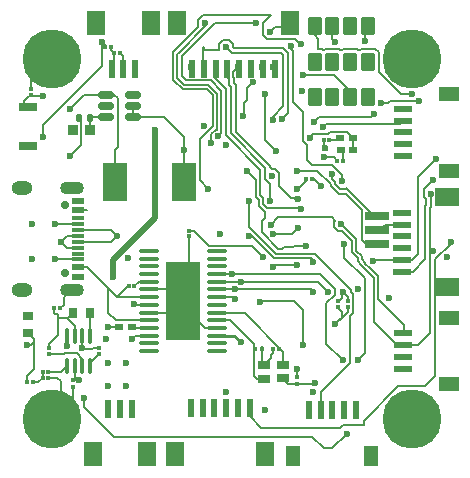
<source format=gbr>
%TF.GenerationSoftware,KiCad,Pcbnew,9.0.6*%
%TF.CreationDate,2025-12-27T02:42:00+01:00*%
%TF.ProjectId,hardware,68617264-7761-4726-952e-6b696361645f,rev?*%
%TF.SameCoordinates,Original*%
%TF.FileFunction,Copper,L1,Top*%
%TF.FilePolarity,Positive*%
%FSLAX46Y46*%
G04 Gerber Fmt 4.6, Leading zero omitted, Abs format (unit mm)*
G04 Created by KiCad (PCBNEW 9.0.6) date 2025-12-27 02:42:00*
%MOMM*%
%LPD*%
G01*
G04 APERTURE LIST*
G04 Aperture macros list*
%AMRoundRect*
0 Rectangle with rounded corners*
0 $1 Rounding radius*
0 $2 $3 $4 $5 $6 $7 $8 $9 X,Y pos of 4 corners*
0 Add a 4 corners polygon primitive as box body*
4,1,4,$2,$3,$4,$5,$6,$7,$8,$9,$2,$3,0*
0 Add four circle primitives for the rounded corners*
1,1,$1+$1,$2,$3*
1,1,$1+$1,$4,$5*
1,1,$1+$1,$6,$7*
1,1,$1+$1,$8,$9*
0 Add four rect primitives between the rounded corners*
20,1,$1+$1,$2,$3,$4,$5,0*
20,1,$1+$1,$4,$5,$6,$7,0*
20,1,$1+$1,$6,$7,$8,$9,0*
20,1,$1+$1,$8,$9,$2,$3,0*%
G04 Aperture macros list end*
%TA.AperFunction,SMDPad,CuDef*%
%ADD10RoundRect,0.180000X0.420000X-0.570000X0.420000X0.570000X-0.420000X0.570000X-0.420000X-0.570000X0*%
%TD*%
%TA.AperFunction,SMDPad,CuDef*%
%ADD11R,1.550000X0.600000*%
%TD*%
%TA.AperFunction,SMDPad,CuDef*%
%ADD12R,1.800000X1.200000*%
%TD*%
%TA.AperFunction,SMDPad,CuDef*%
%ADD13R,0.900000X0.800000*%
%TD*%
%TA.AperFunction,SMDPad,CuDef*%
%ADD14R,0.600000X1.550000*%
%TD*%
%TA.AperFunction,SMDPad,CuDef*%
%ADD15R,1.500000X2.000000*%
%TD*%
%TA.AperFunction,SMDPad,CuDef*%
%ADD16R,0.320000X0.370000*%
%TD*%
%TA.AperFunction,SMDPad,CuDef*%
%ADD17R,2.000000X0.800000*%
%TD*%
%TA.AperFunction,SMDPad,CuDef*%
%ADD18R,0.300000X0.320000*%
%TD*%
%TA.AperFunction,SMDPad,CuDef*%
%ADD19R,1.200000X1.800000*%
%TD*%
%TA.AperFunction,SMDPad,CuDef*%
%ADD20R,0.800000X0.900000*%
%TD*%
%TA.AperFunction,SMDPad,CuDef*%
%ADD21R,0.320000X0.300000*%
%TD*%
%TA.AperFunction,SMDPad,CuDef*%
%ADD22R,0.640000X0.540000*%
%TD*%
%TA.AperFunction,SMDPad,CuDef*%
%ADD23R,2.150000X3.320000*%
%TD*%
%TA.AperFunction,SMDPad,CuDef*%
%ADD24R,2.000000X1.500000*%
%TD*%
%TA.AperFunction,SMDPad,CuDef*%
%ADD25R,0.370000X0.320000*%
%TD*%
%TA.AperFunction,SMDPad,CuDef*%
%ADD26O,1.730000X0.340000*%
%TD*%
%TA.AperFunction,SMDPad,CuDef*%
%ADD27R,2.900000X6.700000*%
%TD*%
%TA.AperFunction,SMDPad,CuDef*%
%ADD28R,0.810000X0.860000*%
%TD*%
%TA.AperFunction,SMDPad,CuDef*%
%ADD29R,1.100000X0.800000*%
%TD*%
%TA.AperFunction,SMDPad,CuDef*%
%ADD30RoundRect,0.140000X-0.140000X-0.170000X0.140000X-0.170000X0.140000X0.170000X-0.140000X0.170000X0*%
%TD*%
%TA.AperFunction,SMDPad,CuDef*%
%ADD31R,0.790000X0.540000*%
%TD*%
%TA.AperFunction,SMDPad,CuDef*%
%ADD32RoundRect,0.150000X-0.512500X-0.150000X0.512500X-0.150000X0.512500X0.150000X-0.512500X0.150000X0*%
%TD*%
%TA.AperFunction,SMDPad,CuDef*%
%ADD33R,1.520000X0.800000*%
%TD*%
%TA.AperFunction,SMDPad,CuDef*%
%ADD34O,0.330000X1.500000*%
%TD*%
%TA.AperFunction,ComponentPad*%
%ADD35C,0.700000*%
%TD*%
%TA.AperFunction,SMDPad,CuDef*%
%ADD36R,1.100000X0.550000*%
%TD*%
%TA.AperFunction,SMDPad,CuDef*%
%ADD37R,1.100000X0.300000*%
%TD*%
%TA.AperFunction,ComponentPad*%
%ADD38O,2.000000X1.100000*%
%TD*%
%TA.AperFunction,ComponentPad*%
%ADD39O,1.800000X1.200000*%
%TD*%
%TA.AperFunction,ViaPad*%
%ADD40C,0.600000*%
%TD*%
%TA.AperFunction,ViaPad*%
%ADD41C,5.000000*%
%TD*%
%TA.AperFunction,Conductor*%
%ADD42C,0.200000*%
%TD*%
%TA.AperFunction,Conductor*%
%ADD43C,0.150000*%
%TD*%
%TA.AperFunction,Conductor*%
%ADD44C,0.250000*%
%TD*%
%TA.AperFunction,Conductor*%
%ADD45C,0.500000*%
%TD*%
G04 APERTURE END LIST*
D10*
%TO.P,U67,1,1*%
%TO.N,SWDIO*%
X164500000Y-90000000D03*
%TD*%
D11*
%TO.P,METEOR1,1,1*%
%TO.N,VBAT*%
X167460000Y-101000000D03*
%TO.P,METEOR1,2,2*%
%TO.N,GND*%
X167460000Y-100000000D03*
%TO.P,METEOR1,3,3*%
%TO.N,UART5_RX*%
X167460000Y-99000000D03*
%TO.P,METEOR1,4,4*%
%TO.N,UART5_TX*%
X167460000Y-98000000D03*
%TO.P,METEOR1,5,5*%
%TO.N,BOOT*%
X167460000Y-97000000D03*
D12*
%TO.P,METEOR1,6,6*%
%TO.N,GND*%
X171340000Y-102300000D03*
%TO.P,METEOR1,7,7*%
X171340000Y-95700000D03*
%TD*%
D13*
%TO.P,C28,1,1*%
%TO.N,GND*%
X135750000Y-114550000D03*
%TO.P,C28,2,2*%
%TO.N,Net-(D2-A)*%
X135750000Y-115950000D03*
%TD*%
D14*
%TO.P,BUZ1,1,1*%
%TO.N,BB-*%
X142500000Y-122370000D03*
%TO.P,BUZ1,2,2*%
%TO.N,5V*%
X143500000Y-122370000D03*
%TO.P,BUZ1,3,3*%
%TO.N,GND*%
X144500000Y-122370000D03*
D15*
%TO.P,BUZ1,4,4*%
X145800000Y-126250000D03*
%TO.P,BUZ1,5,5*%
X141200000Y-126250000D03*
%TD*%
D16*
%TO.P,C9,1,1*%
%TO.N,3V3-MCU*%
X158500000Y-119730000D03*
%TO.P,C9,2,2*%
%TO.N,GND*%
X158500000Y-120270000D03*
%TD*%
D17*
%TO.P,U4,1,Input*%
%TO.N,Net-(U4-Input)*%
X165300000Y-108450000D03*
%TO.P,U4,2,GND*%
%TO.N,GND*%
X165300000Y-107250000D03*
%TO.P,U4,3,Output*%
%TO.N,Net-(U4-Output)*%
X165300000Y-106050000D03*
%TD*%
D18*
%TO.P,R18,1,1*%
%TO.N,Net-(U8-NRST)*%
X159740000Y-102900000D03*
%TO.P,R18,2,2*%
%TO.N,3V3-IMU*%
X159260000Y-102900000D03*
%TD*%
%TO.P,R24,1,1*%
%TO.N,GND*%
X143490000Y-92250000D03*
%TO.P,R24,2,2*%
%TO.N,CAM*%
X143010000Y-92250000D03*
%TD*%
D10*
%TO.P,U70,1,1*%
%TO.N,SDA*%
X161500000Y-90000000D03*
%TD*%
D14*
%TO.P,A_VTX1,1,1*%
%TO.N,UART3_TX*%
X159500000Y-122510000D03*
%TO.P,A_VTX1,2,2*%
%TO.N,UART3_RX*%
X160500000Y-122510000D03*
%TO.P,A_VTX1,3,3*%
%TO.N,VTX*%
X161500000Y-122510000D03*
%TO.P,A_VTX1,4,4*%
%TO.N,GND*%
X162500000Y-122510000D03*
%TO.P,A_VTX1,5,5*%
%TO.N,9V*%
X163500000Y-122510000D03*
D19*
%TO.P,A_VTX1,6,6*%
%TO.N,GND*%
X158200000Y-126390000D03*
%TO.P,A_VTX1,7,7*%
X164800000Y-126390000D03*
%TD*%
D20*
%TO.P,C26,1,1*%
%TO.N,VBAT*%
X139550000Y-114250000D03*
%TO.P,C26,2,2*%
%TO.N,GND*%
X140950000Y-114250000D03*
%TD*%
D10*
%TO.P,U15,1,1*%
%TO.N,GND*%
X161500000Y-93000000D03*
%TD*%
D21*
%TO.P,R249,1,1*%
%TO.N,VBAT*%
X137500000Y-117260000D03*
%TO.P,R249,2,2*%
%TO.N,Net-(U52-EN{slash}SYNC)*%
X137500000Y-117740000D03*
%TD*%
%TO.P,R21,1,1*%
%TO.N,Net-(U8-PB2)*%
X149330000Y-107300000D03*
%TO.P,R21,2,2*%
%TO.N,GND*%
X149330000Y-107780000D03*
%TD*%
D10*
%TO.P,U13,1,1*%
%TO.N,GND*%
X161500000Y-96000000D03*
%TD*%
D14*
%TO.P,CAM1,1,1*%
%TO.N,5V*%
X144800000Y-93640000D03*
%TO.P,CAM1,2,2*%
%TO.N,GND*%
X143800000Y-93640000D03*
%TO.P,CAM1,3,3*%
%TO.N,CAM*%
X142800000Y-93640000D03*
D15*
%TO.P,CAM1,4,4*%
%TO.N,GND*%
X141500000Y-89760000D03*
%TO.P,CAM1,5,5*%
X146100000Y-89760000D03*
%TD*%
D16*
%TO.P,C24,1,1*%
%TO.N,Net-(U52-VCC)*%
X139500000Y-119980000D03*
%TO.P,C24,2,2*%
%TO.N,GND*%
X139500000Y-120520000D03*
%TD*%
D22*
%TO.P,LED1,1,-*%
%TO.N,Net-(LED1--)*%
X162160000Y-99500000D03*
%TO.P,LED1,2,+*%
%TO.N,3V3-MCU*%
X163240000Y-99500000D03*
%TD*%
D10*
%TO.P,U59,1,1*%
%TO.N,LED*%
X163000000Y-96000000D03*
%TD*%
D23*
%TO.P,U11,1,1*%
%TO.N,5V*%
X148910000Y-103200000D03*
%TO.P,U11,2,2*%
%TO.N,Net-(U7-SW)*%
X143090000Y-103200000D03*
%TD*%
D10*
%TO.P,U69,1,1*%
%TO.N,SCL*%
X160000000Y-90000000D03*
%TD*%
D14*
%TO.P,HD_VIDEO1,1,1*%
%TO.N,9V*%
X149500000Y-122310000D03*
%TO.P,HD_VIDEO1,2,2*%
%TO.N,GND*%
X150500000Y-122310000D03*
%TO.P,HD_VIDEO1,3,3*%
%TO.N,UART1_TX*%
X151500000Y-122310000D03*
%TO.P,HD_VIDEO1,4,4*%
%TO.N,UART1_RX*%
X152500000Y-122310000D03*
%TO.P,HD_VIDEO1,5,5*%
%TO.N,GND*%
X153500000Y-122310000D03*
%TO.P,HD_VIDEO1,6,6*%
%TO.N,SBUS*%
X154500000Y-122310000D03*
D15*
%TO.P,HD_VIDEO1,7,7*%
%TO.N,GND*%
X155800000Y-126190000D03*
%TO.P,HD_VIDEO1,8,8*%
X148200000Y-126190000D03*
%TD*%
D11*
%TO.P,GPS1,1,1*%
%TO.N,SCL*%
X167360000Y-110800000D03*
%TO.P,GPS1,2,2*%
%TO.N,SDA*%
X167360000Y-109800000D03*
%TO.P,GPS1,3,3*%
%TO.N,UART7_TX*%
X167360000Y-108800000D03*
%TO.P,GPS1,4,4*%
%TO.N,UART7_RX*%
X167360000Y-107800000D03*
%TO.P,GPS1,5,5*%
%TO.N,GND*%
X167360000Y-106800000D03*
%TO.P,GPS1,6,6*%
%TO.N,5V*%
X167360000Y-105800000D03*
D24*
%TO.P,GPS1,7,7*%
%TO.N,GND*%
X171240000Y-104500000D03*
%TO.P,GPS1,8,8*%
X171240000Y-112100000D03*
%TD*%
D10*
%TO.P,U66,1,1*%
%TO.N,SWDCLK*%
X164500000Y-96000000D03*
%TD*%
D18*
%TO.P,R28,1,1*%
%TO.N,Net-(LED2--)*%
X162400000Y-101410000D03*
%TO.P,R28,2,2*%
%TO.N,Net-(U8-PC14)*%
X161920000Y-101410000D03*
%TD*%
D16*
%TO.P,C7,1,1*%
%TO.N,GND*%
X162000000Y-113770000D03*
%TO.P,C7,2,2*%
%TO.N,3V3-MCU*%
X162000000Y-113230000D03*
%TD*%
D18*
%TO.P,R25,1,1*%
%TO.N,Net-(U10-RESET#)*%
X144740000Y-112000000D03*
%TO.P,R25,2,2*%
%TO.N,5V*%
X144260000Y-112000000D03*
%TD*%
D25*
%TO.P,C25,1,1*%
%TO.N,VBAT*%
X137930000Y-113900000D03*
%TO.P,C25,2,2*%
%TO.N,GND*%
X138470000Y-113900000D03*
%TD*%
D10*
%TO.P,U71,1,1*%
%TO.N,SBUS*%
X163000000Y-90000000D03*
%TD*%
D11*
%TO.P,RECIEVER1,1,1*%
%TO.N,GND*%
X167460000Y-119000000D03*
%TO.P,RECIEVER1,2,2*%
%TO.N,5V*%
X167460000Y-118000000D03*
%TO.P,RECIEVER1,3,3*%
%TO.N,UART2_RX*%
X167460000Y-117000000D03*
%TO.P,RECIEVER1,4,4*%
%TO.N,UART2_TX*%
X167460000Y-116000000D03*
D12*
%TO.P,RECIEVER1,5,5*%
%TO.N,GND*%
X171340000Y-114700000D03*
%TO.P,RECIEVER1,6,6*%
X171340000Y-120300000D03*
%TD*%
D16*
%TO.P,C12,1,1*%
%TO.N,GND*%
X162810000Y-113770000D03*
%TO.P,C12,2,2*%
%TO.N,3V3-MCU*%
X162810000Y-113230000D03*
%TD*%
D26*
%TO.P,U10,1,NC*%
%TO.N,unconnected-(U10-NC-Pad1)*%
X151740000Y-117500000D03*
%TO.P,U10,2,NC*%
%TO.N,unconnected-(U10-NC-Pad2)*%
X151740000Y-116850000D03*
%TO.P,U10,3,DVDD*%
%TO.N,5V*%
X151740000Y-116200000D03*
%TO.P,U10,4,DGND*%
%TO.N,GND*%
X151740000Y-115550000D03*
%TO.P,U10,5,CLKIN*%
%TO.N,Net-(U10-CLKIN)*%
X151740000Y-114900000D03*
%TO.P,U10,6,XFB*%
%TO.N,Net-(U10-XFB)*%
X151740000Y-114250000D03*
%TO.P,U10,7,CLKOUT*%
%TO.N,unconnected-(U10-CLKOUT-Pad7)*%
X151740000Y-113590000D03*
%TO.P,U10,8,CS#*%
%TO.N,SPI2_CS*%
X151740000Y-112940000D03*
%TO.P,U10,9,SDIN*%
%TO.N,SPI2_MOSI*%
X151740000Y-112290000D03*
%TO.P,U10,10,SCLK*%
%TO.N,SPI2_SCK*%
X151740000Y-111640000D03*
%TO.P,U10,11,SDOUT*%
%TO.N,SPI2_MISO*%
X151740000Y-110990000D03*
%TO.P,U10,12,LOS*%
%TO.N,unconnected-(U10-LOS-Pad12)*%
X151740000Y-110340000D03*
%TO.P,U10,13,SYNC_IN*%
%TO.N,unconnected-(U10-SYNC_IN-Pad13)*%
X151740000Y-109690000D03*
%TO.P,U10,14,NC*%
%TO.N,unconnected-(U10-NC-Pad14)*%
X151740000Y-109040000D03*
%TO.P,U10,15,NC*%
%TO.N,unconnected-(U10-NC-Pad15)*%
X146000000Y-109040000D03*
%TO.P,U10,16,NC*%
%TO.N,unconnected-(U10-NC-Pad16)*%
X146000000Y-109690000D03*
%TO.P,U10,17,VSYNC#*%
%TO.N,unconnected-(U10-VSYNC#-Pad17)*%
X146000000Y-110340000D03*
%TO.P,U10,18,HSYNC#*%
%TO.N,unconnected-(U10-HSYNC#-Pad18)*%
X146000000Y-110990000D03*
%TO.P,U10,19,RESET#*%
%TO.N,Net-(U10-RESET#)*%
X146000000Y-111640000D03*
%TO.P,U10,20,AGND*%
%TO.N,GND*%
X146000000Y-112290000D03*
%TO.P,U10,21,AVDD*%
%TO.N,5V*%
X146000000Y-112940000D03*
%TO.P,U10,22,VIN*%
%TO.N,Net-(U10-VIN)*%
X146000000Y-113590000D03*
%TO.P,U10,23,PGND*%
%TO.N,GND*%
X146000000Y-114250000D03*
%TO.P,U10,24,PVDD*%
%TO.N,5V*%
X146000000Y-114900000D03*
%TO.P,U10,25,SAG*%
%TO.N,Net-(U10-SAG)*%
X146000000Y-115550000D03*
%TO.P,U10,26,VOUT*%
%TO.N,Net-(U10-VOUT)*%
X146000000Y-116200000D03*
%TO.P,U10,27,NC*%
%TO.N,unconnected-(U10-NC-Pad27)*%
X146000000Y-116850000D03*
%TO.P,U10,28,NC*%
%TO.N,unconnected-(U10-NC-Pad28)*%
X146000000Y-117500000D03*
D27*
%TO.P,U10,29,EP*%
%TO.N,GND*%
X148870000Y-113270000D03*
%TD*%
D18*
%TO.P,R248,1,1*%
%TO.N,FB-5V*%
X137440000Y-119250000D03*
%TO.P,R248,2,2*%
%TO.N,Net-(R246-Pad2)*%
X136960000Y-119250000D03*
%TD*%
D16*
%TO.P,C128,1,1*%
%TO.N,Net-(U52-SW)*%
X141750000Y-117230000D03*
%TO.P,C128,2,2*%
%TO.N,Net-(U52-BST)*%
X141750000Y-117770000D03*
%TD*%
D18*
%TO.P,R246,1,1*%
%TO.N,Net-(D2-A)*%
X135660000Y-120100000D03*
%TO.P,R246,2,2*%
%TO.N,Net-(R246-Pad2)*%
X136140000Y-120100000D03*
%TD*%
D28*
%TO.P,R4,1,1*%
%TO.N,GND*%
X139500000Y-98750000D03*
%TO.P,R4,2,2*%
%TO.N,Net-(U7-FB)*%
X141000000Y-98750000D03*
%TD*%
D14*
%TO.P,ESC1,1,1*%
%TO.N,VBAT*%
X156600000Y-93640000D03*
%TO.P,ESC1,2,2*%
%TO.N,GND*%
X155600000Y-93640000D03*
%TO.P,ESC1,3,3*%
%TO.N,unconnected-(ESC1-Pad3)*%
X154600000Y-93640000D03*
%TO.P,ESC1,4,4*%
%TO.N,CUR*%
X153600000Y-93640000D03*
%TO.P,ESC1,5,5*%
%TO.N,PWM4*%
X152600000Y-93640000D03*
%TO.P,ESC1,6,6*%
%TO.N,PWM3*%
X151600000Y-93640000D03*
%TO.P,ESC1,7,7*%
%TO.N,PWM2*%
X150600000Y-93640000D03*
%TO.P,ESC1,8,8*%
%TO.N,PWM1*%
X149600000Y-93640000D03*
D15*
%TO.P,ESC1,9,9*%
%TO.N,GND*%
X148300000Y-89760000D03*
%TO.P,ESC1,10,10*%
X157900000Y-89760000D03*
%TD*%
D18*
%TO.P,R247,1,1*%
%TO.N,GND*%
X137440000Y-119750000D03*
%TO.P,R247,2,2*%
%TO.N,Net-(R246-Pad2)*%
X136960000Y-119750000D03*
%TD*%
D10*
%TO.P,U5,1,1*%
%TO.N,5V*%
X160000000Y-96000000D03*
%TD*%
D18*
%TO.P,R27,1,1*%
%TO.N,Net-(LED1--)*%
X161240000Y-99600000D03*
%TO.P,R27,2,2*%
%TO.N,Net-(U8-PC13)*%
X160760000Y-99600000D03*
%TD*%
D25*
%TO.P,C2,1,1*%
%TO.N,GND*%
X156430000Y-117300000D03*
%TO.P,C2,2,2*%
%TO.N,Net-(U10-XFB)*%
X156970000Y-117300000D03*
%TD*%
%TO.P,C1,1,1*%
%TO.N,GND*%
X155520000Y-117300000D03*
%TO.P,C1,2,2*%
%TO.N,Net-(U10-CLKIN)*%
X154980000Y-117300000D03*
%TD*%
D29*
%TO.P,U9,1,1*%
%TO.N,Net-(U10-XFB)*%
X157300000Y-118670000D03*
%TO.P,U9,2,GND*%
%TO.N,GND*%
X155700000Y-118680000D03*
%TO.P,U9,3,3*%
%TO.N,Net-(U10-CLKIN)*%
X155700000Y-119830000D03*
%TO.P,U9,4,GND*%
%TO.N,GND*%
X157300000Y-119820000D03*
%TD*%
D10*
%TO.P,U14,1,1*%
%TO.N,GND*%
X163000000Y-93000000D03*
%TD*%
D30*
%TO.P,R3,1*%
%TO.N,9V*%
X140000000Y-97750000D03*
%TO.P,R3,2*%
%TO.N,Net-(U7-FB)*%
X141000000Y-97750000D03*
%TD*%
D22*
%TO.P,LED2,1,-*%
%TO.N,Net-(LED2--)*%
X162200000Y-100500000D03*
%TO.P,LED2,2,+*%
%TO.N,3V3-MCU*%
X163280000Y-100500000D03*
%TD*%
D25*
%TO.P,C31,1,1*%
%TO.N,Net-(U10-VIN)*%
X142230000Y-91750000D03*
%TO.P,C31,2,2*%
%TO.N,CAM*%
X142770000Y-91750000D03*
%TD*%
D10*
%TO.P,U6,1,1*%
%TO.N,3V3*%
X164500000Y-93000000D03*
%TD*%
D31*
%TO.P,C30,1,1*%
%TO.N,Net-(C29-Pad1)*%
X143450000Y-115500000D03*
%TO.P,C30,2,2*%
%TO.N,Net-(U10-SAG)*%
X144550000Y-115500000D03*
%TD*%
D10*
%TO.P,U12,1,1*%
%TO.N,9V*%
X160000000Y-93000000D03*
%TD*%
D32*
%TO.P,U7,1,SW*%
%TO.N,Net-(U7-SW)*%
X142362500Y-95800000D03*
%TO.P,U7,2,GND*%
%TO.N,GND*%
X142362500Y-96750000D03*
%TO.P,U7,3,FB*%
%TO.N,Net-(U7-FB)*%
X142362500Y-97700000D03*
%TO.P,U7,4,EN*%
%TO.N,5V*%
X144637500Y-97700000D03*
%TO.P,U7,5,IN*%
X144637500Y-96750000D03*
%TO.P,U7,6,NC*%
%TO.N,unconnected-(U7-NC-Pad6)*%
X144637500Y-95800000D03*
%TD*%
D21*
%TO.P,R17,1,1*%
%TO.N,BOOT*%
X136000000Y-95840000D03*
%TO.P,R17,2,2*%
%TO.N,GND*%
X136000000Y-95360000D03*
%TD*%
D33*
%TO.P,SW1,1,A*%
%TO.N,BOOT*%
X135750000Y-96850000D03*
%TO.P,SW1,2,A'*%
%TO.N,3V3*%
X135750000Y-100150000D03*
%TD*%
D34*
%TO.P,U52,1,FB*%
%TO.N,FB-5V*%
X139020000Y-118750000D03*
%TO.P,U52,2,VCC*%
%TO.N,Net-(U52-VCC)*%
X139670000Y-118750000D03*
%TO.P,U52,3,EN/SYNC*%
%TO.N,Net-(U52-EN{slash}SYNC)*%
X140330000Y-118750000D03*
%TO.P,U52,4,BST*%
%TO.N,Net-(U52-BST)*%
X140980000Y-118750000D03*
%TO.P,U52,5,GND*%
%TO.N,GND*%
X140980000Y-116250000D03*
%TO.P,U52,6,SW*%
%TO.N,Net-(U52-SW)*%
X140330000Y-116250000D03*
%TO.P,U52,7,IN*%
%TO.N,VBAT*%
X139670000Y-116250000D03*
%TO.P,U52,8,PG*%
%TO.N,Net-(U52-PG)*%
X139020000Y-116250000D03*
%TD*%
D35*
%TO.P,USB1,*%
%TO.N,*%
X138882500Y-105110000D03*
X138882500Y-110890000D03*
D36*
%TO.P,USB1,1,GND*%
%TO.N,GND*%
X139962500Y-104800000D03*
%TO.P,USB1,2,VBUS*%
%TO.N,5V*%
X139962500Y-105600000D03*
D37*
%TO.P,USB1,3,SBU2*%
%TO.N,unconnected-(USB1-SBU2-Pad3)*%
X139962500Y-106250000D03*
%TO.P,USB1,4,CC1*%
%TO.N,Net-(USB1-CC1)*%
X139962500Y-106750000D03*
%TO.P,USB1,5,DN2*%
%TO.N,D-*%
X139962500Y-107250000D03*
%TO.P,USB1,6,DP1*%
%TO.N,D+*%
X139962500Y-107750000D03*
%TO.P,USB1,7,DN1*%
%TO.N,D-*%
X139962500Y-108250000D03*
%TO.P,USB1,8,DP2*%
%TO.N,D+*%
X139962500Y-108750000D03*
%TO.P,USB1,9,SBU1*%
%TO.N,unconnected-(USB1-SBU1-Pad9)*%
X139962500Y-109250000D03*
%TO.P,USB1,10,CC2*%
%TO.N,Net-(USB1-CC2)*%
X139962500Y-109750000D03*
D36*
%TO.P,USB1,11,VBUS*%
%TO.N,5V*%
X139962500Y-110400000D03*
%TO.P,USB1,12,GND*%
%TO.N,GND*%
X139962500Y-111200000D03*
D38*
%TO.P,USB1,13,SHELL*%
X139412500Y-103680000D03*
D39*
X135202500Y-103680000D03*
D38*
%TO.P,USB1,14,SHELL*%
X139412500Y-112320000D03*
D39*
X135202500Y-112320000D03*
%TD*%
D40*
%TO.N,GND*%
X171500000Y-104500000D03*
X139500000Y-98750000D03*
X136087500Y-106750000D03*
D41*
X137750000Y-92750000D03*
D40*
X162500000Y-122620000D03*
D41*
X137750000Y-123250000D03*
D40*
X142500000Y-118500000D03*
X148200000Y-126440000D03*
X163000000Y-93000000D03*
X153500000Y-122560000D03*
X144500000Y-122560000D03*
X143800000Y-93380000D03*
D41*
X168250000Y-92750000D03*
D40*
X161750000Y-115250000D03*
X171440000Y-95700000D03*
X171440000Y-102300000D03*
X155700000Y-118680000D03*
X148870000Y-113270000D03*
X145800000Y-126440000D03*
X164800000Y-126500000D03*
X167620000Y-106800000D03*
X136087500Y-109750000D03*
X161500000Y-96000000D03*
X155500000Y-93440000D03*
X158200000Y-126500000D03*
X148200000Y-89560000D03*
X148870000Y-113270000D03*
X156400000Y-102700000D03*
X140980000Y-114280000D03*
X139962500Y-111200000D03*
X159990000Y-120201000D03*
X171440000Y-114700000D03*
D41*
X168250000Y-123250000D03*
D40*
X141200000Y-126440000D03*
X135750000Y-114500000D03*
X150500000Y-122560000D03*
X161500000Y-93000000D03*
X146100000Y-89500000D03*
X157300000Y-119820000D03*
X171500000Y-112100000D03*
X139962500Y-104800000D03*
X141500000Y-89500000D03*
X171440000Y-120300000D03*
X142362500Y-96750000D03*
X167560000Y-119000000D03*
X144000000Y-118500000D03*
X167560000Y-100000000D03*
X155800000Y-126440000D03*
X156217502Y-90493511D03*
%TO.N,5V*%
X160000000Y-96000000D03*
X148910000Y-100500000D03*
X139962500Y-105600000D03*
X159850000Y-121000000D03*
X143500000Y-122560000D03*
X167560000Y-118000000D03*
X139962500Y-110400000D03*
X153750000Y-116750000D03*
X167620000Y-105800000D03*
X144000000Y-120500000D03*
X144800000Y-93380000D03*
%TO.N,3V3-IMU*%
X152500000Y-121000000D03*
X158500002Y-103796997D03*
%TO.N,3V3-MCU*%
X158500000Y-119000000D03*
X171204293Y-109544293D03*
X163660000Y-112240000D03*
X159583220Y-99475569D03*
X162380000Y-112490000D03*
X152450735Y-100049265D03*
X166250000Y-113000000D03*
X152000000Y-107599000D03*
%TO.N,3V3*%
X155750000Y-122500000D03*
X164270000Y-93000000D03*
X135750000Y-100150000D03*
%TO.N,/AT32/VBATADC*%
X162350167Y-103149832D03*
X158000001Y-91651471D03*
%TO.N,Net-(U52-VCC)*%
X140016163Y-119984074D03*
%TO.N,Net-(D2-A)*%
X135650000Y-117000000D03*
X140500000Y-121500000D03*
X162750000Y-124500000D03*
%TO.N,Net-(C29-Pad1)*%
X142500000Y-115500000D03*
%TO.N,Net-(U10-VOUT)*%
X144500000Y-116500000D03*
%TO.N,Net-(U10-VIN)*%
X137000000Y-99400000D03*
X144716000Y-113540000D03*
X144200000Y-109600000D03*
X142000000Y-91350000D03*
%TO.N,VBAT*%
X150595740Y-98445740D03*
X167560000Y-101000000D03*
X146500000Y-98830000D03*
X142900000Y-111200000D03*
X139550000Y-114250000D03*
X156500000Y-93440000D03*
X142300000Y-116500000D03*
%TO.N,Net-(U52-SW)*%
X140287737Y-117206103D03*
%TO.N,Net-(USB1-CC2)*%
X138000000Y-109750000D03*
%TO.N,Net-(USB1-CC1)*%
X138000000Y-106750000D03*
%TO.N,Net-(U8-NRST)*%
X160500000Y-103500000D03*
%TO.N,Net-(U8-PB2)*%
X155600000Y-109515627D03*
%TO.N,Net-(U8-PC13)*%
X160885927Y-100311630D03*
%TO.N,Net-(U8-PC14)*%
X160750000Y-101100000D03*
%TO.N,CUR*%
X158543592Y-104595809D03*
X153500000Y-93440000D03*
%TO.N,Net-(U52-PG)*%
X138999007Y-117081970D03*
%TO.N,Net-(U4-Output)*%
X161450735Y-102549265D03*
%TO.N,Net-(U4-Input)*%
X158500002Y-102250000D03*
%TO.N,UART3_TX*%
X159024000Y-116976000D03*
X155399000Y-113351000D03*
X159500000Y-122620000D03*
%TO.N,VTX*%
X161500000Y-122620000D03*
%TO.N,UART3_RX*%
X154475982Y-104763717D03*
%TO.N,9V*%
X149500000Y-122750000D03*
X142500000Y-120500000D03*
X139250000Y-101000000D03*
X163500000Y-122620000D03*
X160000000Y-93000000D03*
%TO.N,BB-*%
X142500000Y-122560000D03*
%TO.N,UART2_TX*%
X162250000Y-106750000D03*
%TO.N,UART2_RX*%
X156273611Y-106818366D03*
X167560000Y-117000000D03*
X170000000Y-109000000D03*
X169825000Y-104175000D03*
%TO.N,Net-(U7-SW)*%
X139250000Y-97000000D03*
%TO.N,PWM4*%
X156250000Y-104800002D03*
%TO.N,PWM1*%
X156450735Y-97950735D03*
X149500000Y-93440000D03*
X152500000Y-91750000D03*
%TO.N,PWM3*%
X158800002Y-105500000D03*
%TO.N,PWM2*%
X157250000Y-97850000D03*
%TO.N,UART1_RX*%
X152500000Y-122560000D03*
%TO.N,SDA*%
X168801473Y-96350000D03*
X170239000Y-101250000D03*
X164900000Y-109850000D03*
X154400000Y-107750000D03*
X167620000Y-109800000D03*
X159850000Y-109958585D03*
X165600000Y-96500000D03*
X161740078Y-91349000D03*
%TO.N,SCL*%
X160000000Y-90000000D03*
X151832815Y-99332815D03*
X170000000Y-103000000D03*
X167620000Y-110800000D03*
X155000000Y-89701000D03*
X168250000Y-95750000D03*
%TO.N,UART1_TX*%
X151500000Y-122560000D03*
%TO.N,UART7_TX*%
X167500000Y-108750000D03*
%TO.N,SBUS*%
X163000000Y-90000000D03*
X171500000Y-108250000D03*
%TO.N,UART7_RX*%
X158900000Y-95500000D03*
X167500000Y-107750000D03*
%TO.N,BOOT*%
X137000000Y-95900000D03*
X167560000Y-97000000D03*
X155750000Y-95750000D03*
X156750000Y-100599998D03*
%TO.N,UART5_RX*%
X165031587Y-97468413D03*
X167560000Y-99000000D03*
X159940868Y-98121722D03*
%TO.N,UART5_TX*%
X160681397Y-98539000D03*
%TO.N,SPI2_CS*%
X153250000Y-113090003D03*
%TO.N,SP1_SCK*%
X158500000Y-110251000D03*
X156500000Y-110390000D03*
%TO.N,SP1_CS*%
X156501000Y-107585372D03*
X158600000Y-107082207D03*
%TO.N,GYRO_EXTI*%
X159250000Y-108650000D03*
X154298064Y-102243981D03*
%TO.N,D+*%
X138500000Y-108250000D03*
%TO.N,D-*%
X143250000Y-107750000D03*
%TO.N,SWDCLK*%
X153902000Y-97600000D03*
X154750000Y-94750000D03*
X164500000Y-96000000D03*
%TO.N,SPI2_MISO*%
X162380000Y-118260000D03*
X153000000Y-110990000D03*
%TO.N,SWDIO*%
X151232815Y-99932812D03*
X164250000Y-91250000D03*
X150700472Y-89701000D03*
%TO.N,BOX_CS*%
X163660000Y-118260000D03*
X162500000Y-108400000D03*
%TO.N,SPI2_MOSI*%
X153250000Y-112290000D03*
X159850000Y-112490000D03*
%TO.N,LED*%
X159000000Y-94150000D03*
X151000000Y-103750000D03*
X158833182Y-91483201D03*
%TO.N,SPI2_SCK*%
X161120000Y-112490000D03*
X153750000Y-111640000D03*
%TD*%
D42*
%TO.N,GND*%
X139500000Y-120520000D02*
X139500000Y-121500000D01*
D43*
X162810000Y-114190000D02*
X162810000Y-113770000D01*
X161750000Y-115250000D02*
X162810000Y-114190000D01*
D42*
X156674513Y-90036500D02*
X157323500Y-90036500D01*
X150675000Y-115550000D02*
X148870000Y-113745000D01*
X138180000Y-119750000D02*
X137440000Y-119750000D01*
D43*
X161750000Y-115250000D02*
X162310000Y-114690000D01*
X149330000Y-107780000D02*
X149330000Y-112810000D01*
D42*
X156290000Y-117840000D02*
X156430000Y-117700000D01*
D43*
X162000000Y-113870000D02*
X162000000Y-113681000D01*
D42*
X138490000Y-120060000D02*
X138180000Y-119750000D01*
X155520000Y-118500000D02*
X155520000Y-117100000D01*
D43*
X165500000Y-107250000D02*
X165950000Y-106800000D01*
D42*
X140980000Y-114280000D02*
X140950000Y-114250000D01*
X156290000Y-118090000D02*
X156290000Y-117840000D01*
X159921000Y-120270000D02*
X158500000Y-120270000D01*
X135750000Y-114550000D02*
X135750000Y-114500000D01*
X156290000Y-118090000D02*
X155700000Y-118680000D01*
D43*
X162310000Y-114180000D02*
X162000000Y-113870000D01*
D42*
X156430000Y-117700000D02*
X156430000Y-117300000D01*
D43*
X165950000Y-106800000D02*
X167620000Y-106800000D01*
D42*
X146000000Y-114250000D02*
X147890000Y-114250000D01*
X156217502Y-90493511D02*
X156674513Y-90036500D01*
D43*
X149330000Y-112810000D02*
X148870000Y-113270000D01*
D42*
X136250000Y-94250000D02*
X137750000Y-92750000D01*
X140980000Y-116250000D02*
X140980000Y-114280000D01*
D43*
X136000000Y-94500000D02*
X137750000Y-92750000D01*
D42*
X139500000Y-121500000D02*
X137750000Y-123250000D01*
X143800000Y-92560000D02*
X143490000Y-92250000D01*
X138770000Y-113500000D02*
X138770000Y-112962500D01*
X138770000Y-112962500D02*
X139412500Y-112320000D01*
X137750000Y-123250000D02*
X138490000Y-122510000D01*
X147890000Y-112290000D02*
X148870000Y-113270000D01*
X157750000Y-120270000D02*
X157300000Y-119820000D01*
X159990000Y-120201000D02*
X159921000Y-120270000D01*
X155700000Y-118680000D02*
X155520000Y-118500000D01*
X146000000Y-112290000D02*
X147890000Y-112290000D01*
X158500000Y-120270000D02*
X157750000Y-120270000D01*
X143800000Y-93380000D02*
X143800000Y-92560000D01*
D43*
X162310000Y-114690000D02*
X162310000Y-114180000D01*
D42*
X151740000Y-115550000D02*
X150675000Y-115550000D01*
D43*
X137710000Y-92750000D02*
X137750000Y-92750000D01*
D42*
X147890000Y-114250000D02*
X148870000Y-113270000D01*
D43*
X136000000Y-95360000D02*
X136000000Y-94500000D01*
D42*
X138490000Y-122510000D02*
X138490000Y-120060000D01*
X157323500Y-90036500D02*
X157800000Y-89560000D01*
X138770000Y-113500000D02*
X138770000Y-113600000D01*
X148870000Y-113745000D02*
X148870000Y-113270000D01*
X138770000Y-113600000D02*
X138470000Y-113900000D01*
%TO.N,Net-(U10-CLKIN)*%
X154849000Y-119599000D02*
X155080000Y-119830000D01*
X155080000Y-119830000D02*
X155700000Y-119830000D01*
X151740000Y-114900000D02*
X152805000Y-114900000D01*
X154849000Y-116944000D02*
X154849000Y-119599000D01*
X152805000Y-114900000D02*
X154849000Y-116944000D01*
%TO.N,Net-(U10-XFB)*%
X154072900Y-114322900D02*
X157300000Y-117550000D01*
X151740000Y-114250000D02*
X153734961Y-114250000D01*
X157300000Y-117550000D02*
X157300000Y-118670000D01*
X153734961Y-114250000D02*
X153807861Y-114322900D01*
X153807861Y-114322900D02*
X154072900Y-114322900D01*
%TO.N,5V*%
X146000000Y-112940000D02*
X143252500Y-112940000D01*
X142500000Y-114250000D02*
X142500000Y-112187500D01*
D43*
X144192500Y-112000000D02*
X143252500Y-112940000D01*
D42*
X147200000Y-97700000D02*
X148910000Y-99410000D01*
D44*
X153200000Y-116200000D02*
X153750000Y-116750000D01*
D42*
X144637500Y-97700000D02*
X147200000Y-97700000D01*
X142500000Y-112187500D02*
X140712500Y-110400000D01*
D43*
X144260000Y-112000000D02*
X144192500Y-112000000D01*
D42*
X143150000Y-114900000D02*
X142500000Y-114250000D01*
X143252500Y-112940000D02*
X142500000Y-112187500D01*
X146000000Y-114900000D02*
X143150000Y-114900000D01*
X148910000Y-100500000D02*
X148910000Y-103200000D01*
X139962500Y-105600000D02*
X140712500Y-105600000D01*
X140712500Y-110400000D02*
X139962500Y-110400000D01*
X148910000Y-99410000D02*
X148910000Y-100500000D01*
X144637500Y-96750000D02*
X144637500Y-97700000D01*
D44*
X151740000Y-116200000D02*
X153200000Y-116200000D01*
D42*
%TO.N,3V3-IMU*%
X158526607Y-103823602D02*
X158526607Y-103840403D01*
X159260000Y-103106332D02*
X159260000Y-102900000D01*
X158569335Y-103796997D02*
X159260000Y-103106332D01*
X158526607Y-103840403D02*
X158537204Y-103851000D01*
X158500002Y-103796997D02*
X158526607Y-103823602D01*
X158500002Y-103796997D02*
X158569335Y-103796997D01*
D43*
%TO.N,3V3-MCU*%
X163240000Y-99500000D02*
X162694000Y-98954000D01*
D42*
X158500000Y-119000000D02*
X158500000Y-119730000D01*
D43*
X162310000Y-113020000D02*
X162310000Y-112560000D01*
X162310000Y-112560000D02*
X162380000Y-112490000D01*
X161310000Y-98954000D02*
X161100000Y-99164000D01*
X162000000Y-113330000D02*
X162310000Y-113020000D01*
X163240000Y-100460000D02*
X163280000Y-100500000D01*
X162810000Y-112920000D02*
X162380000Y-112490000D01*
X161100000Y-99164000D02*
X159894789Y-99164000D01*
X159894789Y-99164000D02*
X159583220Y-99475569D01*
X162694000Y-98954000D02*
X161310000Y-98954000D01*
X163240000Y-99500000D02*
X163240000Y-100460000D01*
X162810000Y-113230000D02*
X162810000Y-112920000D01*
D42*
%TO.N,/AT32/VBATADC*%
X158151000Y-96401000D02*
X158151000Y-92083900D01*
X159334277Y-100076569D02*
X158982220Y-99724512D01*
X158982220Y-99226626D02*
X158983220Y-99225626D01*
X158983220Y-97233220D02*
X158151000Y-96401000D01*
X158983220Y-99225626D02*
X158983220Y-97233220D01*
X158000000Y-91932900D02*
X158000001Y-91651471D01*
X162350167Y-103149832D02*
X162350167Y-102600167D01*
X159750000Y-101750000D02*
X159334277Y-101334277D01*
X162350167Y-102600167D02*
X161500000Y-101750000D01*
X158151000Y-92083900D02*
X158000000Y-91932900D01*
X159334277Y-101334277D02*
X159334277Y-100076569D01*
X161500000Y-101750000D02*
X159750000Y-101750000D01*
X158982220Y-99724512D02*
X158982220Y-99226626D01*
D43*
%TO.N,Net-(U52-VCC)*%
X140016163Y-119984074D02*
X139504074Y-119984074D01*
D42*
X139670000Y-118750000D02*
X139670000Y-119810000D01*
D43*
X139504074Y-119984074D02*
X139500000Y-119980000D01*
D42*
X139670000Y-119810000D02*
X139500000Y-119980000D01*
%TO.N,Net-(D2-A)*%
X136260000Y-116740000D02*
X136260000Y-116460000D01*
X136260000Y-119000000D02*
X135660000Y-119600000D01*
X135660000Y-119600000D02*
X135660000Y-120100000D01*
X160750000Y-125750000D02*
X159750000Y-124750000D01*
X140500000Y-122237000D02*
X140500000Y-121500000D01*
X159750000Y-124750000D02*
X143013000Y-124750000D01*
X136000000Y-117000000D02*
X136260000Y-116740000D01*
X136260000Y-119000000D02*
X136260000Y-116740000D01*
X162750000Y-124500000D02*
X161500000Y-125750000D01*
X143013000Y-124750000D02*
X140500000Y-122237000D01*
X161500000Y-125750000D02*
X160750000Y-125750000D01*
X136260000Y-116460000D02*
X135750000Y-115950000D01*
X135650000Y-117000000D02*
X136000000Y-117000000D01*
%TO.N,Net-(C29-Pad1)*%
X142500000Y-115500000D02*
X143450000Y-115500000D01*
%TO.N,Net-(U10-VOUT)*%
X144800000Y-116200000D02*
X146000000Y-116200000D01*
X144500000Y-116500000D02*
X144800000Y-116200000D01*
D43*
%TO.N,Net-(U10-SAG)*%
X146000000Y-115550000D02*
X144600000Y-115550000D01*
X144600000Y-115550000D02*
X144550000Y-115500000D01*
D42*
%TO.N,Net-(U10-VIN)*%
X142000000Y-93400057D02*
X137000000Y-98400057D01*
X137000000Y-98400057D02*
X137000000Y-99400000D01*
X146000000Y-113590000D02*
X144766000Y-113590000D01*
X144766000Y-113590000D02*
X144716000Y-113540000D01*
X142000000Y-91350000D02*
X142000000Y-93400057D01*
X144770000Y-113500000D02*
X144716000Y-113500000D01*
X142230000Y-91580000D02*
X142000000Y-91350000D01*
X142230000Y-91750000D02*
X142230000Y-91580000D01*
%TO.N,VBAT*%
X138230000Y-114657000D02*
X138284000Y-114711000D01*
X137500000Y-116900000D02*
X137500000Y-117260000D01*
X138230000Y-116170000D02*
X137900000Y-116500000D01*
X139670000Y-116250000D02*
X139670000Y-115381000D01*
X138230000Y-116170000D02*
X137500000Y-116900000D01*
X139000000Y-114711000D02*
X139089000Y-114711000D01*
X138023000Y-114400000D02*
X137930000Y-114307000D01*
X139089000Y-114711000D02*
X139550000Y-114250000D01*
D45*
X146500000Y-106237925D02*
X142900000Y-109837925D01*
D42*
X138230000Y-114400000D02*
X138023000Y-114400000D01*
D45*
X146500000Y-98830000D02*
X146500000Y-106237925D01*
D42*
X139670000Y-115381000D02*
X139000000Y-114711000D01*
D43*
X137500000Y-116900000D02*
X137900000Y-116500000D01*
D45*
X142900000Y-109837925D02*
X142900000Y-111200000D01*
D42*
X138230000Y-114657000D02*
X138230000Y-116170000D01*
X137930000Y-114307000D02*
X137930000Y-113900000D01*
X138230000Y-114400000D02*
X138230000Y-114657000D01*
X138284000Y-114711000D02*
X139000000Y-114711000D01*
%TO.N,Net-(U52-SW)*%
X140330000Y-117163840D02*
X140287737Y-117206103D01*
X141244024Y-117230000D02*
X141173024Y-117301000D01*
X141750000Y-117230000D02*
X141244024Y-117230000D01*
X141173024Y-117301000D02*
X140382634Y-117301000D01*
X140382634Y-117301000D02*
X140287737Y-117206103D01*
X140330000Y-116250000D02*
X140330000Y-117163840D01*
%TO.N,Net-(U52-BST)*%
X140980000Y-118540000D02*
X141750000Y-117770000D01*
X140980000Y-118750000D02*
X140980000Y-118540000D01*
D43*
%TO.N,Net-(LED1--)*%
X161240000Y-99600000D02*
X162060000Y-99600000D01*
X162060000Y-99600000D02*
X162160000Y-99500000D01*
%TO.N,Net-(LED2--)*%
X162400000Y-101410000D02*
X162400000Y-100700000D01*
X162400000Y-100700000D02*
X162200000Y-100500000D01*
D42*
%TO.N,Net-(USB1-CC2)*%
X139962500Y-109750000D02*
X138000000Y-109750000D01*
%TO.N,Net-(USB1-CC1)*%
X139962500Y-106750000D02*
X138000000Y-106750000D01*
%TO.N,Net-(U8-NRST)*%
X160500000Y-103500000D02*
X159900000Y-102900000D01*
X159900000Y-102900000D02*
X159740000Y-102900000D01*
%TO.N,Net-(U8-PB2)*%
X151031000Y-108569000D02*
X149762000Y-107300000D01*
X154653373Y-108569000D02*
X151031000Y-108569000D01*
X155600000Y-109515627D02*
X154653373Y-108569000D01*
X149762000Y-107300000D02*
X149330000Y-107300000D01*
D43*
%TO.N,Net-(U10-RESET#)*%
X145100000Y-111640000D02*
X146000000Y-111640000D01*
X144740000Y-112000000D02*
X145100000Y-111640000D01*
%TO.N,Net-(U8-PC13)*%
X160885927Y-100311630D02*
X160760000Y-100185703D01*
X160885927Y-100385925D02*
X161000002Y-100500000D01*
X160760000Y-100185703D02*
X160760000Y-99600000D01*
X160885927Y-100311630D02*
X160885927Y-100385925D01*
%TO.N,Net-(U8-PC14)*%
X161610000Y-101100000D02*
X161920000Y-101410000D01*
X160750000Y-101100000D02*
X161610000Y-101100000D01*
D42*
%TO.N,CUR*%
X158365482Y-104621103D02*
X158264797Y-104520418D01*
X158543592Y-104595809D02*
X158518298Y-104621103D01*
X157001000Y-103501000D02*
X157001000Y-102451057D01*
X153101000Y-94283900D02*
X153101000Y-93839000D01*
X157001000Y-102451057D02*
X156648943Y-102099000D01*
X153302000Y-94969800D02*
X153151000Y-94818800D01*
X153101000Y-93839000D02*
X153500000Y-93440000D01*
X158264797Y-104520418D02*
X158020418Y-104520418D01*
X156349000Y-102099000D02*
X156200000Y-101950000D01*
X153151000Y-94818800D02*
X153151000Y-94333900D01*
X156200000Y-101815800D02*
X153302000Y-98917800D01*
X156648943Y-102099000D02*
X156349000Y-102099000D01*
X153302000Y-98917800D02*
X153302000Y-94969800D01*
X158518298Y-104621103D02*
X158365482Y-104621103D01*
X156200000Y-101950000D02*
X156200000Y-101815800D01*
X158020418Y-104520418D02*
X157001000Y-103501000D01*
X153151000Y-94333900D02*
X153101000Y-94283900D01*
%TO.N,Net-(U52-PG)*%
X139020000Y-117060977D02*
X138999007Y-117081970D01*
X139020000Y-116250000D02*
X139020000Y-117060977D01*
D43*
%TO.N,Net-(R246-Pad2)*%
X136610000Y-120100000D02*
X136960000Y-119750000D01*
X136960000Y-119250000D02*
X136960000Y-119750000D01*
X136140000Y-120100000D02*
X136610000Y-120100000D01*
D42*
%TO.N,FB-5V*%
X139020000Y-118750000D02*
X138990000Y-118750000D01*
X138990000Y-118750000D02*
X138490000Y-119250000D01*
X138490000Y-119250000D02*
X137440000Y-119250000D01*
%TO.N,Net-(U52-EN{slash}SYNC)*%
X138781000Y-117699000D02*
X138740000Y-117740000D01*
X140330000Y-118750000D02*
X140330000Y-118165000D01*
X140330000Y-118165000D02*
X139864000Y-117699000D01*
X138740000Y-117740000D02*
X137500000Y-117740000D01*
X139864000Y-117699000D02*
X138781000Y-117699000D01*
%TO.N,Net-(U4-Output)*%
X162101224Y-103750832D02*
X162599110Y-103750832D01*
X161749167Y-103398775D02*
X162101224Y-103750832D01*
X161507605Y-102992395D02*
X161749167Y-103233957D01*
X161749167Y-103233957D02*
X161749167Y-103398775D01*
X161450735Y-102549265D02*
X161450735Y-102935525D01*
X162674971Y-103674971D02*
X165050000Y-106050000D01*
X161450735Y-102935525D02*
X161507605Y-102992395D01*
X161749167Y-103398775D02*
X161800196Y-103449804D01*
X162599110Y-103750832D02*
X162674971Y-103674971D01*
X165050000Y-106050000D02*
X165500000Y-106050000D01*
%TO.N,Net-(U4-Input)*%
X162682900Y-104250000D02*
X163966450Y-105533550D01*
X160198110Y-102250000D02*
X161348167Y-103400057D01*
X164300000Y-108450000D02*
X165500000Y-108450000D01*
X163966450Y-108116450D02*
X164300000Y-108450000D01*
X162033292Y-104250000D02*
X162682900Y-104250000D01*
X161348167Y-103564875D02*
X162033292Y-104250000D01*
X158500002Y-102250000D02*
X160198110Y-102250000D01*
X163966450Y-105533550D02*
X163966450Y-108116450D01*
X161348167Y-103400057D02*
X161348167Y-103564875D01*
%TO.N,UART3_TX*%
X158250000Y-113250000D02*
X155500000Y-113250000D01*
X155500000Y-113250000D02*
X155399000Y-113351000D01*
X159024000Y-116976000D02*
X159000000Y-116952000D01*
X159000000Y-114000000D02*
X158250000Y-113250000D01*
X159000000Y-116952000D02*
X159000000Y-114000000D01*
%TO.N,UART3_RX*%
X160500000Y-122620000D02*
X160500000Y-120989943D01*
X163271000Y-112700943D02*
X163059000Y-112488943D01*
X163059000Y-112488943D02*
X163059000Y-112319057D01*
X163271000Y-114256000D02*
X163271000Y-112700943D01*
X154475982Y-106975982D02*
X154475982Y-104763717D01*
X160500000Y-120989943D02*
X162990000Y-118499943D01*
X159989943Y-109250000D02*
X156750000Y-109250000D01*
X163186000Y-114345744D02*
X163186000Y-114256000D01*
X163059000Y-112319057D02*
X159989943Y-109250000D01*
X162990000Y-114541744D02*
X163186000Y-114345744D01*
X163186000Y-114256000D02*
X163271000Y-114256000D01*
X162990000Y-118499943D02*
X162990000Y-114541744D01*
X156750000Y-109250000D02*
X154475982Y-106975982D01*
%TO.N,9V*%
X140000000Y-97750000D02*
X140206000Y-97956000D01*
X140206000Y-97956000D02*
X140206000Y-100044000D01*
X140206000Y-100044000D02*
X139250000Y-101000000D01*
%TO.N,CAM*%
X143010000Y-92250000D02*
X143010000Y-93170000D01*
X142770000Y-91750000D02*
X142770000Y-92010000D01*
X143010000Y-93590000D02*
X142800000Y-93380000D01*
X142770000Y-92010000D02*
X143010000Y-92250000D01*
X143010000Y-93170000D02*
X142800000Y-93380000D01*
%TO.N,UART2_TX*%
X164299000Y-110049000D02*
X164299000Y-110098943D01*
X164299000Y-110098943D02*
X164651057Y-110451000D01*
X167560000Y-115310000D02*
X167560000Y-116000000D01*
X163500000Y-108000000D02*
X163500000Y-109000000D01*
X164701000Y-110451000D02*
X165375000Y-111125000D01*
X162250000Y-106750000D02*
X163500000Y-108000000D01*
X164000000Y-109500000D02*
X164000000Y-109750000D01*
X164651057Y-110451000D02*
X164701000Y-110451000D01*
X165375000Y-111125000D02*
X165375000Y-113125000D01*
X163500000Y-109000000D02*
X164000000Y-109500000D01*
X164000000Y-109750000D02*
X164299000Y-110049000D01*
X165375000Y-113125000D02*
X167560000Y-115310000D01*
D43*
%TO.N,UART2_RX*%
X164999000Y-111280744D02*
X164999000Y-115066000D01*
X162294256Y-107326000D02*
X163124000Y-108155744D01*
X161674000Y-106988588D02*
X162011412Y-107326000D01*
D42*
X169750000Y-108250000D02*
X169750000Y-116000000D01*
X169750000Y-116000000D02*
X168750000Y-117000000D01*
X169825000Y-105325000D02*
X169825000Y-104175000D01*
D43*
X161717706Y-106467706D02*
X161674000Y-106511412D01*
D42*
X169750000Y-108250000D02*
X169750000Y-108750000D01*
D43*
X164999000Y-115066000D02*
X166933000Y-117000000D01*
X156917977Y-106174000D02*
X161424000Y-106174000D01*
X163124000Y-109155744D02*
X163624000Y-109655744D01*
X156273611Y-106818366D02*
X156917977Y-106174000D01*
D42*
X169750000Y-108250000D02*
X169750000Y-105400000D01*
D43*
X161424000Y-106174000D02*
X161717706Y-106467706D01*
X162011412Y-107326000D02*
X162294256Y-107326000D01*
X161674000Y-106511412D02*
X161674000Y-106988588D01*
X163923000Y-110204744D02*
X163923000Y-110254687D01*
D42*
X169750000Y-105400000D02*
X169825000Y-105325000D01*
X168750000Y-117000000D02*
X167560000Y-117000000D01*
D43*
X166933000Y-117000000D02*
X167560000Y-117000000D01*
X163124000Y-108155744D02*
X163124000Y-109155744D01*
X163923000Y-110254687D02*
X164495313Y-110827000D01*
X164545256Y-110827000D02*
X164999000Y-111280744D01*
X164495313Y-110827000D02*
X164545256Y-110827000D01*
D42*
X169750000Y-108750000D02*
X170000000Y-109000000D01*
D43*
X163624000Y-109655744D02*
X163624000Y-109905744D01*
X163624000Y-109905744D02*
X163923000Y-110204744D01*
D42*
%TO.N,Net-(U7-SW)*%
X142362500Y-95800000D02*
X143024999Y-95800000D01*
X143326000Y-96101001D02*
X143326000Y-100264000D01*
X142362500Y-95800000D02*
X140450000Y-95800000D01*
X143024999Y-95800000D02*
X143326000Y-96101001D01*
X139250000Y-97000000D02*
X140450000Y-95800000D01*
X143090000Y-100500000D02*
X143090000Y-103200000D01*
X143326000Y-100264000D02*
X143090000Y-100500000D01*
%TO.N,PWM4*%
X155799000Y-102948943D02*
X155799000Y-101981900D01*
X152750000Y-94500000D02*
X152500000Y-94250000D01*
X156151057Y-103301000D02*
X155799000Y-102948943D01*
X152750000Y-94984900D02*
X152750000Y-94500000D01*
X156250000Y-103301000D02*
X156151057Y-103301000D01*
X152901000Y-99083900D02*
X152901000Y-95135900D01*
X152500000Y-94250000D02*
X152500000Y-93440000D01*
X152901000Y-95135900D02*
X152750000Y-94984900D01*
X155799000Y-101981900D02*
X152901000Y-99083900D01*
X156250000Y-104800002D02*
X156250000Y-103301000D01*
%TO.N,PWM1*%
X153000000Y-92250000D02*
X152500000Y-91750000D01*
X156450735Y-97649321D02*
X157349000Y-96751056D01*
X157349000Y-92416100D02*
X157182900Y-92250000D01*
X157349000Y-96751056D02*
X157349000Y-92416100D01*
X157182900Y-92250000D02*
X153000000Y-92250000D01*
X156450735Y-97950735D02*
X156450735Y-97649321D01*
%TO.N,PWM3*%
X155649000Y-105048945D02*
X155649000Y-104551059D01*
X155398000Y-102148000D02*
X152500000Y-99250000D01*
X158701004Y-105401002D02*
X156001057Y-105401002D01*
X151500000Y-94302000D02*
X151500000Y-93440000D01*
X152500000Y-99250000D02*
X152500000Y-95302000D01*
X152500000Y-95302000D02*
X151500000Y-94302000D01*
X156001057Y-105401002D02*
X155649000Y-105048945D01*
X158800002Y-105500000D02*
X158701004Y-105401002D01*
X155649000Y-104551059D02*
X155398000Y-104300059D01*
X155398000Y-104300059D02*
X155398000Y-102148000D01*
%TO.N,PWM2*%
X157750000Y-97350000D02*
X157250000Y-97850000D01*
X151900057Y-92000000D02*
X151899000Y-91998943D01*
X150750000Y-92000000D02*
X151900057Y-92000000D01*
X153166100Y-91849000D02*
X157349000Y-91849000D01*
X151899000Y-91998943D02*
X151899000Y-91501057D01*
X150500000Y-91750000D02*
X150750000Y-92000000D01*
X157750000Y-92250000D02*
X157750000Y-97350000D01*
X152251057Y-91149000D02*
X152748943Y-91149000D01*
X151899000Y-91501057D02*
X152251057Y-91149000D01*
X153101000Y-91783900D02*
X153166100Y-91849000D01*
X152748943Y-91149000D02*
X153101000Y-91501057D01*
X157349000Y-91849000D02*
X157750000Y-92250000D01*
X150500000Y-93440000D02*
X150500000Y-91750000D01*
X153101000Y-91501057D02*
X153101000Y-91783900D01*
%TO.N,SDA*%
X156583900Y-109651000D02*
X159750000Y-109651000D01*
D43*
X168750000Y-109297000D02*
X168247000Y-109800000D01*
D42*
X159750000Y-109651000D02*
X159750000Y-109858585D01*
X154682900Y-107750000D02*
X156583900Y-109651000D01*
X164950000Y-109800000D02*
X167620000Y-109800000D01*
D43*
X168750000Y-102739000D02*
X168750000Y-109297000D01*
X170239000Y-101250000D02*
X168750000Y-102739000D01*
X166350000Y-96350000D02*
X168801473Y-96350000D01*
X168247000Y-109800000D02*
X167620000Y-109800000D01*
X166200000Y-96500000D02*
X166350000Y-96350000D01*
X161500000Y-91108922D02*
X161740078Y-91349000D01*
X161500000Y-90000000D02*
X161500000Y-91108922D01*
D42*
X154400000Y-107750000D02*
X154682900Y-107750000D01*
X159750000Y-109858585D02*
X159850000Y-109958585D01*
X164900000Y-109850000D02*
X164950000Y-109800000D01*
D43*
X165600000Y-96500000D02*
X166200000Y-96500000D01*
D42*
%TO.N,SCL*%
X148750000Y-92500000D02*
X151549000Y-89701000D01*
X169224000Y-104423943D02*
X169224000Y-103776000D01*
X165449000Y-93910213D02*
X167288787Y-95750000D01*
X160301000Y-91949000D02*
X160624222Y-91949000D01*
X163624222Y-91949000D02*
X163675222Y-92000000D01*
X162375778Y-91949000D02*
X163624222Y-91949000D01*
X165124222Y-91949000D02*
X165401000Y-92225778D01*
X169224000Y-103776000D02*
X170000000Y-103000000D01*
X151832815Y-99332815D02*
X152099000Y-99066630D01*
X152099000Y-95468100D02*
X151190450Y-94559550D01*
X160000000Y-90750000D02*
X160301000Y-91051000D01*
X160301000Y-91051000D02*
X160301000Y-91949000D01*
X168297000Y-110800000D02*
X169349000Y-109748000D01*
X169424000Y-105158900D02*
X169424000Y-104623943D01*
X167288787Y-95750000D02*
X168250000Y-95750000D01*
X163875778Y-91949000D02*
X165124222Y-91949000D01*
X162324778Y-92000000D02*
X162375778Y-91949000D01*
X169424000Y-104623943D02*
X169224000Y-104423943D01*
X165449000Y-92699000D02*
X165449000Y-93910213D01*
X160875778Y-91949000D02*
X162124222Y-91949000D01*
X163675222Y-92000000D02*
X163824778Y-92000000D01*
X162124222Y-91949000D02*
X162175222Y-92000000D01*
X169349000Y-105233900D02*
X169424000Y-105158900D01*
X167620000Y-110800000D02*
X168297000Y-110800000D01*
X148750000Y-94250000D02*
X148750000Y-92750000D01*
X162175222Y-92000000D02*
X162324778Y-92000000D01*
X151190450Y-94559550D02*
X149059550Y-94559550D01*
X149000000Y-94500000D02*
X148750000Y-94250000D01*
X165401000Y-92225778D02*
X165401000Y-92651000D01*
X152099000Y-99066630D02*
X152099000Y-95500000D01*
X160675222Y-92000000D02*
X160824778Y-92000000D01*
X165401000Y-92651000D02*
X165449000Y-92699000D01*
X169349000Y-109748000D02*
X169349000Y-105233900D01*
X149059550Y-94559550D02*
X149000000Y-94500000D01*
X148750000Y-92750000D02*
X148750000Y-92500000D01*
X163824778Y-92000000D02*
X163875778Y-91949000D01*
X160824778Y-92000000D02*
X160875778Y-91949000D01*
X151549000Y-89701000D02*
X155000000Y-89701000D01*
X160624222Y-91949000D02*
X160675222Y-92000000D01*
X160000000Y-90000000D02*
X160000000Y-90750000D01*
X152099000Y-95500000D02*
X152099000Y-95468100D01*
%TO.N,SBUS*%
X154500000Y-123035000D02*
X154500000Y-122560000D01*
X162170765Y-124000000D02*
X155465000Y-124000000D01*
X155465000Y-124000000D02*
X154500000Y-123035000D01*
X162401526Y-123769239D02*
X162170765Y-124000000D01*
X170151000Y-109749058D02*
X170151000Y-119599000D01*
X171500000Y-108250000D02*
X171500000Y-108400057D01*
X167089787Y-120449000D02*
X164150000Y-123388787D01*
X170151000Y-119599000D02*
X169301000Y-120449000D01*
X171500000Y-108400057D02*
X170151000Y-109749058D01*
X169301000Y-120449000D02*
X167089787Y-120449000D01*
X164150000Y-123769239D02*
X162401526Y-123769239D01*
X164150000Y-123388787D02*
X164150000Y-123769239D01*
%TO.N,BOOT*%
X135375000Y-96375000D02*
X135375000Y-96475000D01*
X135375000Y-96475000D02*
X135750000Y-96850000D01*
X155750000Y-99599998D02*
X156750000Y-100599998D01*
X135850000Y-95900000D02*
X135375000Y-96375000D01*
X137000000Y-95900000D02*
X135850000Y-95900000D01*
X155750000Y-95750000D02*
X155750000Y-99599998D01*
%TO.N,UART5_RX*%
X165031587Y-97468413D02*
X164800000Y-97700000D01*
X160362590Y-97700000D02*
X159940868Y-98121722D01*
X164800000Y-97700000D02*
X160362590Y-97700000D01*
%TO.N,UART5_TX*%
X160681397Y-98539000D02*
X160970397Y-98250000D01*
X167210000Y-98250000D02*
X167460000Y-98000000D01*
X160970397Y-98250000D02*
X167210000Y-98250000D01*
%TO.N,Net-(U7-FB)*%
X141050000Y-97700000D02*
X141000000Y-97750000D01*
X141000000Y-98750000D02*
X141000000Y-97750000D01*
X142362500Y-97700000D02*
X141050000Y-97700000D01*
D43*
%TO.N,SPI2_CS*%
X151740000Y-112940000D02*
X153099997Y-112940000D01*
X153099997Y-112940000D02*
X153250000Y-113090003D01*
D42*
%TO.N,SP1_SCK*%
X157861000Y-110251000D02*
X157860000Y-110250000D01*
X156640000Y-110250000D02*
X156500000Y-110390000D01*
X157860000Y-110250000D02*
X156640000Y-110250000D01*
X158500000Y-110251000D02*
X157861000Y-110251000D01*
%TO.N,SP1_CS*%
X158096835Y-107585372D02*
X158600000Y-107082207D01*
X156501000Y-107585372D02*
X158096835Y-107585372D01*
%TO.N,GYRO_EXTI*%
X158175088Y-108724912D02*
X157374088Y-108724912D01*
X157250000Y-108849000D02*
X156916100Y-108849000D01*
X155248000Y-105215045D02*
X155248000Y-104717159D01*
X155500000Y-106532956D02*
X155766478Y-106266478D01*
X159250000Y-108650000D02*
X158250000Y-108650000D01*
X155500000Y-107432900D02*
X155500000Y-106532956D01*
X154997000Y-104466159D02*
X154997000Y-102997000D01*
X154997000Y-102997000D02*
X154298064Y-102298064D01*
X156916100Y-108849000D02*
X155500000Y-107432900D01*
X158250000Y-108650000D02*
X158175088Y-108724912D01*
X155766478Y-105733523D02*
X155248000Y-105215045D01*
X157374088Y-108724912D02*
X157250000Y-108849000D01*
X155766478Y-106266478D02*
X155766478Y-105733523D01*
X155248000Y-104717159D02*
X154997000Y-104466159D01*
X154298064Y-102298064D02*
X154298064Y-102243981D01*
D43*
%TO.N,D+*%
X139962500Y-108750000D02*
X139000000Y-108750000D01*
X139000000Y-107750000D02*
X138500000Y-108250000D01*
X139000000Y-108750000D02*
X138500000Y-108250000D01*
X139962500Y-107750000D02*
X139000000Y-107750000D01*
D42*
%TO.N,D-*%
X143250000Y-107750000D02*
X142750000Y-107250000D01*
X139962500Y-108250000D02*
X142750000Y-108250000D01*
X142750000Y-107250000D02*
X139962500Y-107250000D01*
X142750000Y-108250000D02*
X143250000Y-107750000D01*
%TO.N,SWDCLK*%
X154000000Y-96500000D02*
X154000000Y-97502000D01*
X154250000Y-95250000D02*
X154250000Y-96250000D01*
X154250000Y-96250000D02*
X154000000Y-96500000D01*
X154750000Y-94750000D02*
X154250000Y-95250000D01*
X154000000Y-97502000D02*
X153902000Y-97600000D01*
%TO.N,SPI2_MISO*%
X160990000Y-116870000D02*
X162380000Y-118260000D01*
X160990000Y-113469943D02*
X160990000Y-116870000D01*
X161721000Y-112738943D02*
X160990000Y-113469943D01*
X160469943Y-110990000D02*
X161721000Y-112241057D01*
X153000000Y-110990000D02*
X160469943Y-110990000D01*
X161721000Y-112241057D02*
X161721000Y-112738943D01*
X151740000Y-110990000D02*
X153000000Y-110990000D01*
D43*
%TO.N,SWDIO*%
X164250000Y-90250000D02*
X164500000Y-90000000D01*
X148374000Y-92344256D02*
X148484128Y-92234128D01*
X148968256Y-95000000D02*
X148374000Y-94405744D01*
X151000000Y-95000000D02*
X148968256Y-95000000D01*
X151232815Y-99118227D02*
X151601042Y-98750000D01*
X151232815Y-99932812D02*
X151232815Y-99118227D01*
X148374000Y-94405744D02*
X148374000Y-92344256D01*
X148484128Y-92234128D02*
X150700472Y-90017784D01*
X150700472Y-90017784D02*
X150700472Y-89701000D01*
X164250000Y-91250000D02*
X164250000Y-90250000D01*
X151601042Y-98750000D02*
X151723000Y-98750000D01*
X151723000Y-95723000D02*
X151000000Y-95000000D01*
X151723000Y-98750000D02*
X151723000Y-95723000D01*
D42*
%TO.N,BOX_CS*%
X164261000Y-117659000D02*
X163660000Y-118260000D01*
X162500000Y-109594918D02*
X164261000Y-111355918D01*
X162500000Y-108400000D02*
X162500000Y-109594918D01*
X164261000Y-111355918D02*
X164261000Y-117659000D01*
%TO.N,SPI2_MOSI*%
X151740000Y-112290000D02*
X153250000Y-112290000D01*
X153250000Y-112290000D02*
X159650000Y-112290000D01*
X159650000Y-112290000D02*
X159850000Y-112490000D01*
D43*
%TO.N,LED*%
X155641502Y-89760498D02*
X155641502Y-90732099D01*
X148023000Y-94551133D02*
X148023000Y-92198868D01*
X155978914Y-91069511D02*
X158319511Y-91069511D01*
X150261000Y-103011000D02*
X150261000Y-99593653D01*
X163000000Y-95500000D02*
X163000000Y-96000000D01*
X150124472Y-90097396D02*
X150124472Y-89462412D01*
X150261000Y-99593653D02*
X151372000Y-98482654D01*
X148822867Y-95351000D02*
X148023000Y-94551133D01*
X159000000Y-94150000D02*
X161650000Y-94150000D01*
X151000000Y-103750000D02*
X150261000Y-103011000D01*
X151372000Y-95868388D02*
X150854612Y-95351000D01*
X150510884Y-89076000D02*
X156326000Y-89076000D01*
X158733201Y-91483201D02*
X158833182Y-91483201D01*
X150854612Y-95351000D02*
X148822867Y-95351000D01*
X151372000Y-98482654D02*
X151372000Y-95868388D01*
X148023000Y-92198868D02*
X150124472Y-90097396D01*
X158319511Y-91069511D02*
X158733201Y-91483201D01*
X161650000Y-94150000D02*
X163000000Y-95500000D01*
X150124472Y-89462412D02*
X150510884Y-89076000D01*
X156326000Y-89076000D02*
X155641502Y-89760498D01*
X155641502Y-90732099D02*
X155978914Y-91069511D01*
D42*
%TO.N,SPI2_SCK*%
X153750000Y-111640000D02*
X151740000Y-111640000D01*
X153750000Y-111640000D02*
X160270000Y-111640000D01*
X160270000Y-111640000D02*
X161120000Y-112490000D01*
%TD*%
M02*

</source>
